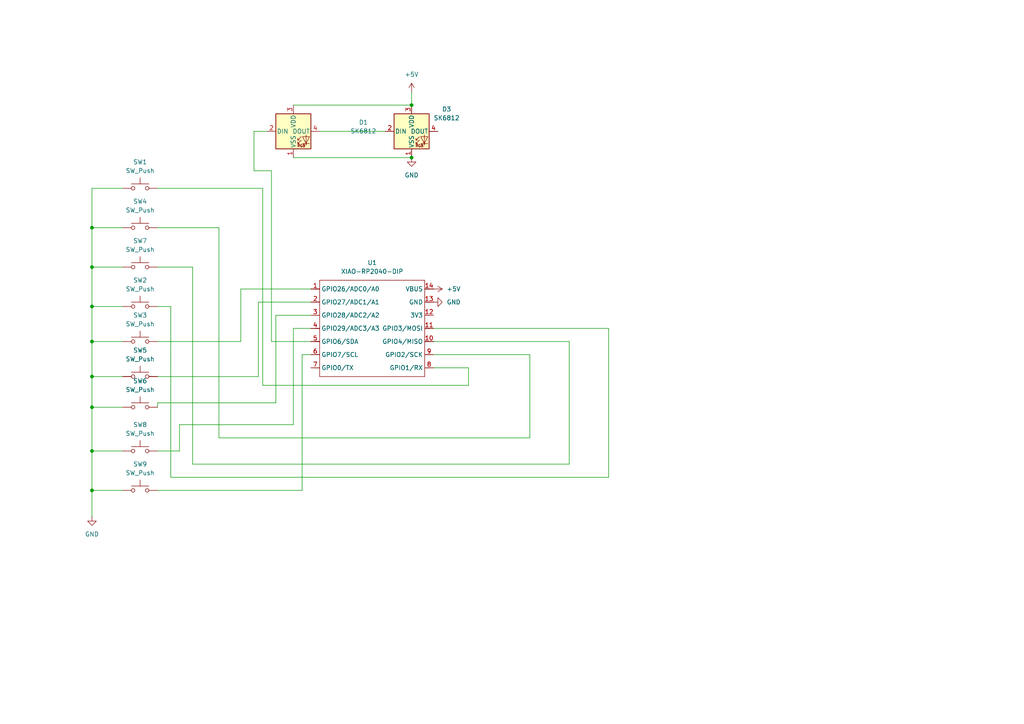
<source format=kicad_sch>
(kicad_sch
	(version 20250114)
	(generator "eeschema")
	(generator_version "9.0")
	(uuid "ac433fa7-8418-431a-bb19-d6c45d200ffa")
	(paper "A4")
	(lib_symbols
		(symbol "LED:SK6812"
			(pin_names
				(offset 0.254)
			)
			(exclude_from_sim no)
			(in_bom yes)
			(on_board yes)
			(property "Reference" "D"
				(at 5.08 5.715 0)
				(effects
					(font
						(size 1.27 1.27)
					)
					(justify right bottom)
				)
			)
			(property "Value" "SK6812"
				(at 1.27 -5.715 0)
				(effects
					(font
						(size 1.27 1.27)
					)
					(justify left top)
				)
			)
			(property "Footprint" "LED_SMD:LED_SK6812_PLCC4_5.0x5.0mm_P3.2mm"
				(at 1.27 -7.62 0)
				(effects
					(font
						(size 1.27 1.27)
					)
					(justify left top)
					(hide yes)
				)
			)
			(property "Datasheet" "https://cdn-shop.adafruit.com/product-files/1138/SK6812+LED+datasheet+.pdf"
				(at 2.54 -9.525 0)
				(effects
					(font
						(size 1.27 1.27)
					)
					(justify left top)
					(hide yes)
				)
			)
			(property "Description" "RGB LED with integrated controller"
				(at 0 0 0)
				(effects
					(font
						(size 1.27 1.27)
					)
					(hide yes)
				)
			)
			(property "ki_keywords" "RGB LED NeoPixel addressable"
				(at 0 0 0)
				(effects
					(font
						(size 1.27 1.27)
					)
					(hide yes)
				)
			)
			(property "ki_fp_filters" "LED*SK6812*PLCC*5.0x5.0mm*P3.2mm*"
				(at 0 0 0)
				(effects
					(font
						(size 1.27 1.27)
					)
					(hide yes)
				)
			)
			(symbol "SK6812_0_0"
				(text "RGB"
					(at 2.286 -4.191 0)
					(effects
						(font
							(size 0.762 0.762)
						)
					)
				)
			)
			(symbol "SK6812_0_1"
				(polyline
					(pts
						(xy 1.27 -2.54) (xy 1.778 -2.54)
					)
					(stroke
						(width 0)
						(type default)
					)
					(fill
						(type none)
					)
				)
				(polyline
					(pts
						(xy 1.27 -3.556) (xy 1.778 -3.556)
					)
					(stroke
						(width 0)
						(type default)
					)
					(fill
						(type none)
					)
				)
				(polyline
					(pts
						(xy 2.286 -1.524) (xy 1.27 -2.54) (xy 1.27 -2.032)
					)
					(stroke
						(width 0)
						(type default)
					)
					(fill
						(type none)
					)
				)
				(polyline
					(pts
						(xy 2.286 -2.54) (xy 1.27 -3.556) (xy 1.27 -3.048)
					)
					(stroke
						(width 0)
						(type default)
					)
					(fill
						(type none)
					)
				)
				(polyline
					(pts
						(xy 3.683 -1.016) (xy 3.683 -3.556) (xy 3.683 -4.064)
					)
					(stroke
						(width 0)
						(type default)
					)
					(fill
						(type none)
					)
				)
				(polyline
					(pts
						(xy 4.699 -1.524) (xy 2.667 -1.524) (xy 3.683 -3.556) (xy 4.699 -1.524)
					)
					(stroke
						(width 0)
						(type default)
					)
					(fill
						(type none)
					)
				)
				(polyline
					(pts
						(xy 4.699 -3.556) (xy 2.667 -3.556)
					)
					(stroke
						(width 0)
						(type default)
					)
					(fill
						(type none)
					)
				)
				(rectangle
					(start 5.08 5.08)
					(end -5.08 -5.08)
					(stroke
						(width 0.254)
						(type default)
					)
					(fill
						(type background)
					)
				)
			)
			(symbol "SK6812_1_1"
				(pin input line
					(at -7.62 0 0)
					(length 2.54)
					(name "DIN"
						(effects
							(font
								(size 1.27 1.27)
							)
						)
					)
					(number "2"
						(effects
							(font
								(size 1.27 1.27)
							)
						)
					)
				)
				(pin power_in line
					(at 0 7.62 270)
					(length 2.54)
					(name "VDD"
						(effects
							(font
								(size 1.27 1.27)
							)
						)
					)
					(number "3"
						(effects
							(font
								(size 1.27 1.27)
							)
						)
					)
				)
				(pin power_in line
					(at 0 -7.62 90)
					(length 2.54)
					(name "VSS"
						(effects
							(font
								(size 1.27 1.27)
							)
						)
					)
					(number "1"
						(effects
							(font
								(size 1.27 1.27)
							)
						)
					)
				)
				(pin output line
					(at 7.62 0 180)
					(length 2.54)
					(name "DOUT"
						(effects
							(font
								(size 1.27 1.27)
							)
						)
					)
					(number "4"
						(effects
							(font
								(size 1.27 1.27)
							)
						)
					)
				)
			)
			(embedded_fonts no)
		)
		(symbol "OPL Library:XIAO-RP2040-DIP"
			(exclude_from_sim no)
			(in_bom yes)
			(on_board yes)
			(property "Reference" "U"
				(at 0 0 0)
				(effects
					(font
						(size 1.27 1.27)
					)
				)
			)
			(property "Value" "XIAO-RP2040-DIP"
				(at 5.334 -1.778 0)
				(effects
					(font
						(size 1.27 1.27)
					)
				)
			)
			(property "Footprint" "Module:MOUDLE14P-XIAO-DIP-SMD"
				(at 14.478 -32.258 0)
				(effects
					(font
						(size 1.27 1.27)
					)
					(hide yes)
				)
			)
			(property "Datasheet" ""
				(at 0 0 0)
				(effects
					(font
						(size 1.27 1.27)
					)
					(hide yes)
				)
			)
			(property "Description" ""
				(at 0 0 0)
				(effects
					(font
						(size 1.27 1.27)
					)
					(hide yes)
				)
			)
			(symbol "XIAO-RP2040-DIP_1_0"
				(polyline
					(pts
						(xy -1.27 -2.54) (xy 29.21 -2.54)
					)
					(stroke
						(width 0.1524)
						(type solid)
					)
					(fill
						(type none)
					)
				)
				(polyline
					(pts
						(xy -1.27 -5.08) (xy -2.54 -5.08)
					)
					(stroke
						(width 0.1524)
						(type solid)
					)
					(fill
						(type none)
					)
				)
				(polyline
					(pts
						(xy -1.27 -5.08) (xy -1.27 -2.54)
					)
					(stroke
						(width 0.1524)
						(type solid)
					)
					(fill
						(type none)
					)
				)
				(polyline
					(pts
						(xy -1.27 -8.89) (xy -2.54 -8.89)
					)
					(stroke
						(width 0.1524)
						(type solid)
					)
					(fill
						(type none)
					)
				)
				(polyline
					(pts
						(xy -1.27 -8.89) (xy -1.27 -5.08)
					)
					(stroke
						(width 0.1524)
						(type solid)
					)
					(fill
						(type none)
					)
				)
				(polyline
					(pts
						(xy -1.27 -12.7) (xy -2.54 -12.7)
					)
					(stroke
						(width 0.1524)
						(type solid)
					)
					(fill
						(type none)
					)
				)
				(polyline
					(pts
						(xy -1.27 -12.7) (xy -1.27 -8.89)
					)
					(stroke
						(width 0.1524)
						(type solid)
					)
					(fill
						(type none)
					)
				)
				(polyline
					(pts
						(xy -1.27 -16.51) (xy -2.54 -16.51)
					)
					(stroke
						(width 0.1524)
						(type solid)
					)
					(fill
						(type none)
					)
				)
				(polyline
					(pts
						(xy -1.27 -16.51) (xy -1.27 -12.7)
					)
					(stroke
						(width 0.1524)
						(type solid)
					)
					(fill
						(type none)
					)
				)
				(polyline
					(pts
						(xy -1.27 -20.32) (xy -2.54 -20.32)
					)
					(stroke
						(width 0.1524)
						(type solid)
					)
					(fill
						(type none)
					)
				)
				(polyline
					(pts
						(xy -1.27 -24.13) (xy -2.54 -24.13)
					)
					(stroke
						(width 0.1524)
						(type solid)
					)
					(fill
						(type none)
					)
				)
				(polyline
					(pts
						(xy -1.27 -27.94) (xy -2.54 -27.94)
					)
					(stroke
						(width 0.1524)
						(type solid)
					)
					(fill
						(type none)
					)
				)
				(polyline
					(pts
						(xy -1.27 -30.48) (xy -1.27 -16.51)
					)
					(stroke
						(width 0.1524)
						(type solid)
					)
					(fill
						(type none)
					)
				)
				(polyline
					(pts
						(xy 29.21 -2.54) (xy 29.21 -5.08)
					)
					(stroke
						(width 0.1524)
						(type solid)
					)
					(fill
						(type none)
					)
				)
				(polyline
					(pts
						(xy 29.21 -5.08) (xy 29.21 -8.89)
					)
					(stroke
						(width 0.1524)
						(type solid)
					)
					(fill
						(type none)
					)
				)
				(polyline
					(pts
						(xy 29.21 -8.89) (xy 29.21 -12.7)
					)
					(stroke
						(width 0.1524)
						(type solid)
					)
					(fill
						(type none)
					)
				)
				(polyline
					(pts
						(xy 29.21 -12.7) (xy 29.21 -30.48)
					)
					(stroke
						(width 0.1524)
						(type solid)
					)
					(fill
						(type none)
					)
				)
				(polyline
					(pts
						(xy 29.21 -30.48) (xy -1.27 -30.48)
					)
					(stroke
						(width 0.1524)
						(type solid)
					)
					(fill
						(type none)
					)
				)
				(polyline
					(pts
						(xy 30.48 -5.08) (xy 29.21 -5.08)
					)
					(stroke
						(width 0.1524)
						(type solid)
					)
					(fill
						(type none)
					)
				)
				(polyline
					(pts
						(xy 30.48 -8.89) (xy 29.21 -8.89)
					)
					(stroke
						(width 0.1524)
						(type solid)
					)
					(fill
						(type none)
					)
				)
				(polyline
					(pts
						(xy 30.48 -12.7) (xy 29.21 -12.7)
					)
					(stroke
						(width 0.1524)
						(type solid)
					)
					(fill
						(type none)
					)
				)
				(polyline
					(pts
						(xy 30.48 -16.51) (xy 29.21 -16.51)
					)
					(stroke
						(width 0.1524)
						(type solid)
					)
					(fill
						(type none)
					)
				)
				(polyline
					(pts
						(xy 30.48 -20.32) (xy 29.21 -20.32)
					)
					(stroke
						(width 0.1524)
						(type solid)
					)
					(fill
						(type none)
					)
				)
				(polyline
					(pts
						(xy 30.48 -24.13) (xy 29.21 -24.13)
					)
					(stroke
						(width 0.1524)
						(type solid)
					)
					(fill
						(type none)
					)
				)
				(polyline
					(pts
						(xy 30.48 -27.94) (xy 29.21 -27.94)
					)
					(stroke
						(width 0.1524)
						(type solid)
					)
					(fill
						(type none)
					)
				)
				(pin passive line
					(at -3.81 -5.08 0)
					(length 2.54)
					(name "GPIO26/ADC0/A0"
						(effects
							(font
								(size 1.27 1.27)
							)
						)
					)
					(number "1"
						(effects
							(font
								(size 1.27 1.27)
							)
						)
					)
				)
				(pin passive line
					(at -3.81 -8.89 0)
					(length 2.54)
					(name "GPIO27/ADC1/A1"
						(effects
							(font
								(size 1.27 1.27)
							)
						)
					)
					(number "2"
						(effects
							(font
								(size 1.27 1.27)
							)
						)
					)
				)
				(pin passive line
					(at -3.81 -12.7 0)
					(length 2.54)
					(name "GPIO28/ADC2/A2"
						(effects
							(font
								(size 1.27 1.27)
							)
						)
					)
					(number "3"
						(effects
							(font
								(size 1.27 1.27)
							)
						)
					)
				)
				(pin passive line
					(at -3.81 -16.51 0)
					(length 2.54)
					(name "GPIO29/ADC3/A3"
						(effects
							(font
								(size 1.27 1.27)
							)
						)
					)
					(number "4"
						(effects
							(font
								(size 1.27 1.27)
							)
						)
					)
				)
				(pin passive line
					(at -3.81 -20.32 0)
					(length 2.54)
					(name "GPIO6/SDA"
						(effects
							(font
								(size 1.27 1.27)
							)
						)
					)
					(number "5"
						(effects
							(font
								(size 1.27 1.27)
							)
						)
					)
				)
				(pin passive line
					(at -3.81 -24.13 0)
					(length 2.54)
					(name "GPIO7/SCL"
						(effects
							(font
								(size 1.27 1.27)
							)
						)
					)
					(number "6"
						(effects
							(font
								(size 1.27 1.27)
							)
						)
					)
				)
				(pin passive line
					(at -3.81 -27.94 0)
					(length 2.54)
					(name "GPIO0/TX"
						(effects
							(font
								(size 1.27 1.27)
							)
						)
					)
					(number "7"
						(effects
							(font
								(size 1.27 1.27)
							)
						)
					)
				)
				(pin passive line
					(at 31.75 -5.08 180)
					(length 2.54)
					(name "VBUS"
						(effects
							(font
								(size 1.27 1.27)
							)
						)
					)
					(number "14"
						(effects
							(font
								(size 1.27 1.27)
							)
						)
					)
				)
				(pin passive line
					(at 31.75 -8.89 180)
					(length 2.54)
					(name "GND"
						(effects
							(font
								(size 1.27 1.27)
							)
						)
					)
					(number "13"
						(effects
							(font
								(size 1.27 1.27)
							)
						)
					)
				)
				(pin passive line
					(at 31.75 -12.7 180)
					(length 2.54)
					(name "3V3"
						(effects
							(font
								(size 1.27 1.27)
							)
						)
					)
					(number "12"
						(effects
							(font
								(size 1.27 1.27)
							)
						)
					)
				)
				(pin passive line
					(at 31.75 -16.51 180)
					(length 2.54)
					(name "GPIO3/MOSI"
						(effects
							(font
								(size 1.27 1.27)
							)
						)
					)
					(number "11"
						(effects
							(font
								(size 1.27 1.27)
							)
						)
					)
				)
				(pin passive line
					(at 31.75 -20.32 180)
					(length 2.54)
					(name "GPIO4/MISO"
						(effects
							(font
								(size 1.27 1.27)
							)
						)
					)
					(number "10"
						(effects
							(font
								(size 1.27 1.27)
							)
						)
					)
				)
				(pin passive line
					(at 31.75 -24.13 180)
					(length 2.54)
					(name "GPIO2/SCK"
						(effects
							(font
								(size 1.27 1.27)
							)
						)
					)
					(number "9"
						(effects
							(font
								(size 1.27 1.27)
							)
						)
					)
				)
				(pin passive line
					(at 31.75 -27.94 180)
					(length 2.54)
					(name "GPIO1/RX"
						(effects
							(font
								(size 1.27 1.27)
							)
						)
					)
					(number "8"
						(effects
							(font
								(size 1.27 1.27)
							)
						)
					)
				)
			)
			(embedded_fonts no)
		)
		(symbol "Switch:SW_Push"
			(pin_numbers
				(hide yes)
			)
			(pin_names
				(offset 1.016)
				(hide yes)
			)
			(exclude_from_sim no)
			(in_bom yes)
			(on_board yes)
			(property "Reference" "SW"
				(at 1.27 2.54 0)
				(effects
					(font
						(size 1.27 1.27)
					)
					(justify left)
				)
			)
			(property "Value" "SW_Push"
				(at 0 -1.524 0)
				(effects
					(font
						(size 1.27 1.27)
					)
				)
			)
			(property "Footprint" ""
				(at 0 5.08 0)
				(effects
					(font
						(size 1.27 1.27)
					)
					(hide yes)
				)
			)
			(property "Datasheet" "~"
				(at 0 5.08 0)
				(effects
					(font
						(size 1.27 1.27)
					)
					(hide yes)
				)
			)
			(property "Description" "Push button switch, generic, two pins"
				(at 0 0 0)
				(effects
					(font
						(size 1.27 1.27)
					)
					(hide yes)
				)
			)
			(property "ki_keywords" "switch normally-open pushbutton push-button"
				(at 0 0 0)
				(effects
					(font
						(size 1.27 1.27)
					)
					(hide yes)
				)
			)
			(symbol "SW_Push_0_1"
				(circle
					(center -2.032 0)
					(radius 0.508)
					(stroke
						(width 0)
						(type default)
					)
					(fill
						(type none)
					)
				)
				(polyline
					(pts
						(xy 0 1.27) (xy 0 3.048)
					)
					(stroke
						(width 0)
						(type default)
					)
					(fill
						(type none)
					)
				)
				(circle
					(center 2.032 0)
					(radius 0.508)
					(stroke
						(width 0)
						(type default)
					)
					(fill
						(type none)
					)
				)
				(polyline
					(pts
						(xy 2.54 1.27) (xy -2.54 1.27)
					)
					(stroke
						(width 0)
						(type default)
					)
					(fill
						(type none)
					)
				)
				(pin passive line
					(at -5.08 0 0)
					(length 2.54)
					(name "1"
						(effects
							(font
								(size 1.27 1.27)
							)
						)
					)
					(number "1"
						(effects
							(font
								(size 1.27 1.27)
							)
						)
					)
				)
				(pin passive line
					(at 5.08 0 180)
					(length 2.54)
					(name "2"
						(effects
							(font
								(size 1.27 1.27)
							)
						)
					)
					(number "2"
						(effects
							(font
								(size 1.27 1.27)
							)
						)
					)
				)
			)
			(embedded_fonts no)
		)
		(symbol "power:+5V"
			(power)
			(pin_numbers
				(hide yes)
			)
			(pin_names
				(offset 0)
				(hide yes)
			)
			(exclude_from_sim no)
			(in_bom yes)
			(on_board yes)
			(property "Reference" "#PWR"
				(at 0 -3.81 0)
				(effects
					(font
						(size 1.27 1.27)
					)
					(hide yes)
				)
			)
			(property "Value" "+5V"
				(at 0 3.556 0)
				(effects
					(font
						(size 1.27 1.27)
					)
				)
			)
			(property "Footprint" ""
				(at 0 0 0)
				(effects
					(font
						(size 1.27 1.27)
					)
					(hide yes)
				)
			)
			(property "Datasheet" ""
				(at 0 0 0)
				(effects
					(font
						(size 1.27 1.27)
					)
					(hide yes)
				)
			)
			(property "Description" "Power symbol creates a global label with name \"+5V\""
				(at 0 0 0)
				(effects
					(font
						(size 1.27 1.27)
					)
					(hide yes)
				)
			)
			(property "ki_keywords" "global power"
				(at 0 0 0)
				(effects
					(font
						(size 1.27 1.27)
					)
					(hide yes)
				)
			)
			(symbol "+5V_0_1"
				(polyline
					(pts
						(xy -0.762 1.27) (xy 0 2.54)
					)
					(stroke
						(width 0)
						(type default)
					)
					(fill
						(type none)
					)
				)
				(polyline
					(pts
						(xy 0 2.54) (xy 0.762 1.27)
					)
					(stroke
						(width 0)
						(type default)
					)
					(fill
						(type none)
					)
				)
				(polyline
					(pts
						(xy 0 0) (xy 0 2.54)
					)
					(stroke
						(width 0)
						(type default)
					)
					(fill
						(type none)
					)
				)
			)
			(symbol "+5V_1_1"
				(pin power_in line
					(at 0 0 90)
					(length 0)
					(name "~"
						(effects
							(font
								(size 1.27 1.27)
							)
						)
					)
					(number "1"
						(effects
							(font
								(size 1.27 1.27)
							)
						)
					)
				)
			)
			(embedded_fonts no)
		)
		(symbol "power:GND"
			(power)
			(pin_numbers
				(hide yes)
			)
			(pin_names
				(offset 0)
				(hide yes)
			)
			(exclude_from_sim no)
			(in_bom yes)
			(on_board yes)
			(property "Reference" "#PWR"
				(at 0 -6.35 0)
				(effects
					(font
						(size 1.27 1.27)
					)
					(hide yes)
				)
			)
			(property "Value" "GND"
				(at 0 -3.81 0)
				(effects
					(font
						(size 1.27 1.27)
					)
				)
			)
			(property "Footprint" ""
				(at 0 0 0)
				(effects
					(font
						(size 1.27 1.27)
					)
					(hide yes)
				)
			)
			(property "Datasheet" ""
				(at 0 0 0)
				(effects
					(font
						(size 1.27 1.27)
					)
					(hide yes)
				)
			)
			(property "Description" "Power symbol creates a global label with name \"GND\" , ground"
				(at 0 0 0)
				(effects
					(font
						(size 1.27 1.27)
					)
					(hide yes)
				)
			)
			(property "ki_keywords" "global power"
				(at 0 0 0)
				(effects
					(font
						(size 1.27 1.27)
					)
					(hide yes)
				)
			)
			(symbol "GND_0_1"
				(polyline
					(pts
						(xy 0 0) (xy 0 -1.27) (xy 1.27 -1.27) (xy 0 -2.54) (xy -1.27 -1.27) (xy 0 -1.27)
					)
					(stroke
						(width 0)
						(type default)
					)
					(fill
						(type none)
					)
				)
			)
			(symbol "GND_1_1"
				(pin power_in line
					(at 0 0 270)
					(length 0)
					(name "~"
						(effects
							(font
								(size 1.27 1.27)
							)
						)
					)
					(number "1"
						(effects
							(font
								(size 1.27 1.27)
							)
						)
					)
				)
			)
			(embedded_fonts no)
		)
	)
	(junction
		(at 26.67 88.9)
		(diameter 0)
		(color 0 0 0 0)
		(uuid "0c51dffd-3560-443a-a485-96862b99f86f")
	)
	(junction
		(at 26.67 118.11)
		(diameter 0)
		(color 0 0 0 0)
		(uuid "26a10ebd-d590-4606-8c3d-efb44c8e55a0")
	)
	(junction
		(at 26.67 77.47)
		(diameter 0)
		(color 0 0 0 0)
		(uuid "44d2b0bd-3869-44e3-a264-bf14d6d1982c")
	)
	(junction
		(at 119.38 45.72)
		(diameter 0)
		(color 0 0 0 0)
		(uuid "773c8181-a106-4a6e-af64-7ef99c18c5a0")
	)
	(junction
		(at 119.38 30.48)
		(diameter 0)
		(color 0 0 0 0)
		(uuid "7d36157e-075d-4833-9b61-ca904851ff7e")
	)
	(junction
		(at 26.67 99.06)
		(diameter 0)
		(color 0 0 0 0)
		(uuid "956a1b81-480a-4dd9-9ec7-b922aa6ea47a")
	)
	(junction
		(at 26.67 109.22)
		(diameter 0)
		(color 0 0 0 0)
		(uuid "a145e939-76e2-4c02-b263-2b81c3ced3ff")
	)
	(junction
		(at 26.67 130.81)
		(diameter 0)
		(color 0 0 0 0)
		(uuid "e6444dfd-846e-4fdc-83ff-2380a379048f")
	)
	(junction
		(at 26.67 142.24)
		(diameter 0)
		(color 0 0 0 0)
		(uuid "eb968d63-46bc-4807-bf1d-0daa9b5302a3")
	)
	(junction
		(at 26.67 66.04)
		(diameter 0)
		(color 0 0 0 0)
		(uuid "f3c999b9-8c3e-44d8-b41a-7f7f7804dc09")
	)
	(wire
		(pts
			(xy 176.53 95.25) (xy 176.53 138.43)
		)
		(stroke
			(width 0)
			(type default)
		)
		(uuid "07752cb1-3bfb-4720-81fe-db49309208ad")
	)
	(wire
		(pts
			(xy 45.72 88.9) (xy 49.53 88.9)
		)
		(stroke
			(width 0)
			(type default)
		)
		(uuid "0bbaf28e-2c87-4821-9839-891c77c5d618")
	)
	(wire
		(pts
			(xy 55.88 77.47) (xy 55.88 134.62)
		)
		(stroke
			(width 0)
			(type default)
		)
		(uuid "1c4e9a7d-01e3-4a6a-9a36-2d96906a3663")
	)
	(wire
		(pts
			(xy 73.66 38.1) (xy 77.47 38.1)
		)
		(stroke
			(width 0)
			(type default)
		)
		(uuid "1eb11ee0-4709-40fa-9495-ef259afe126e")
	)
	(wire
		(pts
			(xy 26.67 99.06) (xy 26.67 109.22)
		)
		(stroke
			(width 0)
			(type default)
		)
		(uuid "208a40db-0590-4551-be62-5b12556fa6c0")
	)
	(wire
		(pts
			(xy 45.72 54.61) (xy 76.2 54.61)
		)
		(stroke
			(width 0)
			(type default)
		)
		(uuid "2cd57bae-3b58-42bc-a93d-82180db42cd9")
	)
	(wire
		(pts
			(xy 26.67 130.81) (xy 35.56 130.81)
		)
		(stroke
			(width 0)
			(type default)
		)
		(uuid "2f47c0ca-ccfc-46d3-a85c-c00871dd1417")
	)
	(wire
		(pts
			(xy 35.56 66.04) (xy 26.67 66.04)
		)
		(stroke
			(width 0)
			(type default)
		)
		(uuid "30252a5b-6c1d-461a-ac84-05c2f8dc4448")
	)
	(wire
		(pts
			(xy 87.63 102.87) (xy 87.63 142.24)
		)
		(stroke
			(width 0)
			(type default)
		)
		(uuid "388f410a-0bcd-4a98-a80c-c434c7dc0492")
	)
	(wire
		(pts
			(xy 78.74 99.06) (xy 78.74 49.53)
		)
		(stroke
			(width 0)
			(type default)
		)
		(uuid "38b38a93-4e73-4cb3-ab30-e91fb640327a")
	)
	(wire
		(pts
			(xy 63.5 127) (xy 153.67 127)
		)
		(stroke
			(width 0)
			(type default)
		)
		(uuid "3923a5e0-5bd5-4dec-9668-cecee98b71aa")
	)
	(wire
		(pts
			(xy 69.85 83.82) (xy 90.17 83.82)
		)
		(stroke
			(width 0)
			(type default)
		)
		(uuid "39a9ae4c-eb98-4b06-81c3-848c306768c0")
	)
	(wire
		(pts
			(xy 165.1 99.06) (xy 165.1 134.62)
		)
		(stroke
			(width 0)
			(type default)
		)
		(uuid "41b01724-8efc-4690-a253-3e459e546479")
	)
	(wire
		(pts
			(xy 26.67 118.11) (xy 26.67 130.81)
		)
		(stroke
			(width 0)
			(type default)
		)
		(uuid "4c5637f5-72b2-4c64-830a-8410cac1f189")
	)
	(wire
		(pts
			(xy 45.72 116.84) (xy 45.72 118.11)
		)
		(stroke
			(width 0)
			(type default)
		)
		(uuid "4e2778cc-e786-481f-a6f0-719f6f43e82a")
	)
	(wire
		(pts
			(xy 90.17 102.87) (xy 87.63 102.87)
		)
		(stroke
			(width 0)
			(type default)
		)
		(uuid "512a4344-d881-4233-9500-4c5dd40f9985")
	)
	(wire
		(pts
			(xy 26.67 118.11) (xy 35.56 118.11)
		)
		(stroke
			(width 0)
			(type default)
		)
		(uuid "54619359-6d8c-4202-922d-196828f39d7b")
	)
	(wire
		(pts
			(xy 165.1 99.06) (xy 125.73 99.06)
		)
		(stroke
			(width 0)
			(type default)
		)
		(uuid "554c5074-3e9f-4e32-a43b-b0fc60e28085")
	)
	(wire
		(pts
			(xy 26.67 88.9) (xy 35.56 88.9)
		)
		(stroke
			(width 0)
			(type default)
		)
		(uuid "576514dc-aebf-42bc-817f-dc99c16fc665")
	)
	(wire
		(pts
			(xy 74.93 87.63) (xy 90.17 87.63)
		)
		(stroke
			(width 0)
			(type default)
		)
		(uuid "58952755-be5b-401e-a2d6-ae7a937ced33")
	)
	(wire
		(pts
			(xy 45.72 66.04) (xy 63.5 66.04)
		)
		(stroke
			(width 0)
			(type default)
		)
		(uuid "59be332e-5ff0-4e75-952e-cefa5182ca46")
	)
	(wire
		(pts
			(xy 74.93 109.22) (xy 74.93 87.63)
		)
		(stroke
			(width 0)
			(type default)
		)
		(uuid "5a2fc505-212f-43bc-919c-a9921890188a")
	)
	(wire
		(pts
			(xy 69.85 83.82) (xy 69.85 99.06)
		)
		(stroke
			(width 0)
			(type default)
		)
		(uuid "5d9a78f4-b3c5-4777-8fcd-b220a242a351")
	)
	(wire
		(pts
			(xy 26.67 130.81) (xy 26.67 142.24)
		)
		(stroke
			(width 0)
			(type default)
		)
		(uuid "5e70bfe7-ab7f-4355-b4c0-36ab46fbc49b")
	)
	(wire
		(pts
			(xy 85.09 95.25) (xy 85.09 123.19)
		)
		(stroke
			(width 0)
			(type default)
		)
		(uuid "64e330d6-3036-406f-91fd-37dea6833a2d")
	)
	(wire
		(pts
			(xy 153.67 127) (xy 153.67 102.87)
		)
		(stroke
			(width 0)
			(type default)
		)
		(uuid "67d9a8b5-3799-466b-a663-13b311e3716b")
	)
	(wire
		(pts
			(xy 92.71 38.1) (xy 111.76 38.1)
		)
		(stroke
			(width 0)
			(type default)
		)
		(uuid "69bca861-6263-45c4-9303-0dd2da2067b0")
	)
	(wire
		(pts
			(xy 87.63 142.24) (xy 45.72 142.24)
		)
		(stroke
			(width 0)
			(type default)
		)
		(uuid "69dc94bb-9b99-40b4-af1d-c5397a4d8e52")
	)
	(wire
		(pts
			(xy 153.67 102.87) (xy 125.73 102.87)
		)
		(stroke
			(width 0)
			(type default)
		)
		(uuid "6dc5499b-a8a8-485b-b268-47ae781e5db9")
	)
	(wire
		(pts
			(xy 26.67 99.06) (xy 35.56 99.06)
		)
		(stroke
			(width 0)
			(type default)
		)
		(uuid "704ed032-27e6-43f3-82f3-483681c2177f")
	)
	(wire
		(pts
			(xy 85.09 30.48) (xy 119.38 30.48)
		)
		(stroke
			(width 0)
			(type default)
		)
		(uuid "71d023c0-aa81-435e-b451-a1691db2ae7b")
	)
	(wire
		(pts
			(xy 26.67 77.47) (xy 35.56 77.47)
		)
		(stroke
			(width 0)
			(type default)
		)
		(uuid "72ba0644-ade2-4fa6-99b7-a012b5cb29a4")
	)
	(wire
		(pts
			(xy 45.72 99.06) (xy 69.85 99.06)
		)
		(stroke
			(width 0)
			(type default)
		)
		(uuid "83d42e9f-c012-4326-a28f-844f11edc123")
	)
	(wire
		(pts
			(xy 26.67 142.24) (xy 26.67 149.86)
		)
		(stroke
			(width 0)
			(type default)
		)
		(uuid "8c62ec7e-6fcb-4059-84c2-1a4a28cc6ca2")
	)
	(wire
		(pts
			(xy 26.67 88.9) (xy 26.67 99.06)
		)
		(stroke
			(width 0)
			(type default)
		)
		(uuid "8d003646-e736-4e2c-8050-7f9cec0b56f0")
	)
	(wire
		(pts
			(xy 176.53 95.25) (xy 125.73 95.25)
		)
		(stroke
			(width 0)
			(type default)
		)
		(uuid "8d691603-3264-49f8-97a2-ab71cfc78067")
	)
	(wire
		(pts
			(xy 80.01 116.84) (xy 45.72 116.84)
		)
		(stroke
			(width 0)
			(type default)
		)
		(uuid "945ead66-c80f-46ad-bb40-9014a89c07f4")
	)
	(wire
		(pts
			(xy 26.67 54.61) (xy 26.67 66.04)
		)
		(stroke
			(width 0)
			(type default)
		)
		(uuid "94cfb392-e597-49b2-b621-6ce6bc3d443d")
	)
	(wire
		(pts
			(xy 135.89 106.68) (xy 135.89 111.76)
		)
		(stroke
			(width 0)
			(type default)
		)
		(uuid "962210c3-12c2-4683-bb99-d82f20cd4a6f")
	)
	(wire
		(pts
			(xy 85.09 45.72) (xy 119.38 45.72)
		)
		(stroke
			(width 0)
			(type default)
		)
		(uuid "965e9489-6a9d-4dda-9422-c65e98aa1e75")
	)
	(wire
		(pts
			(xy 63.5 66.04) (xy 63.5 127)
		)
		(stroke
			(width 0)
			(type default)
		)
		(uuid "97507a35-bfac-494b-87aa-77dd6a29cb30")
	)
	(wire
		(pts
			(xy 73.66 49.53) (xy 73.66 38.1)
		)
		(stroke
			(width 0)
			(type default)
		)
		(uuid "98e9c0bb-8592-4c7f-9e23-d0f741d36061")
	)
	(wire
		(pts
			(xy 80.01 91.44) (xy 80.01 116.84)
		)
		(stroke
			(width 0)
			(type default)
		)
		(uuid "9edc77b1-44d9-49bd-8038-6a72cd19a478")
	)
	(wire
		(pts
			(xy 78.74 49.53) (xy 73.66 49.53)
		)
		(stroke
			(width 0)
			(type default)
		)
		(uuid "a1ff7b47-caac-4230-8c68-d5c7465a9798")
	)
	(wire
		(pts
			(xy 45.72 77.47) (xy 55.88 77.47)
		)
		(stroke
			(width 0)
			(type default)
		)
		(uuid "a7a4a952-08d3-4712-8127-72daeb6a8670")
	)
	(wire
		(pts
			(xy 49.53 88.9) (xy 49.53 138.43)
		)
		(stroke
			(width 0)
			(type default)
		)
		(uuid "ac8c5b83-5e15-40cf-a2c1-e3f67d33bce8")
	)
	(wire
		(pts
			(xy 90.17 95.25) (xy 85.09 95.25)
		)
		(stroke
			(width 0)
			(type default)
		)
		(uuid "b0923837-3084-4ad6-be19-25c35be27b2a")
	)
	(wire
		(pts
			(xy 26.67 66.04) (xy 26.67 77.47)
		)
		(stroke
			(width 0)
			(type default)
		)
		(uuid "b936c48a-f87b-4d39-bc5e-8b543900d1f0")
	)
	(wire
		(pts
			(xy 26.67 77.47) (xy 26.67 88.9)
		)
		(stroke
			(width 0)
			(type default)
		)
		(uuid "bf7c61e1-38ee-4ba5-b0c5-31585407ed5e")
	)
	(wire
		(pts
			(xy 45.72 109.22) (xy 74.93 109.22)
		)
		(stroke
			(width 0)
			(type default)
		)
		(uuid "c58b78be-886b-4a57-bedd-99b3b94abc46")
	)
	(wire
		(pts
			(xy 26.67 109.22) (xy 35.56 109.22)
		)
		(stroke
			(width 0)
			(type default)
		)
		(uuid "c952c57f-65eb-46aa-9f31-0a62534be686")
	)
	(wire
		(pts
			(xy 26.67 109.22) (xy 26.67 118.11)
		)
		(stroke
			(width 0)
			(type default)
		)
		(uuid "caf4dba2-07a8-4e95-8546-756732234d13")
	)
	(wire
		(pts
			(xy 49.53 138.43) (xy 176.53 138.43)
		)
		(stroke
			(width 0)
			(type default)
		)
		(uuid "cec727a0-9e8a-478b-93c7-f124db7a19cf")
	)
	(wire
		(pts
			(xy 26.67 142.24) (xy 35.56 142.24)
		)
		(stroke
			(width 0)
			(type default)
		)
		(uuid "d27f20db-9d93-46a7-8c8c-7e9af1d47e68")
	)
	(wire
		(pts
			(xy 90.17 99.06) (xy 78.74 99.06)
		)
		(stroke
			(width 0)
			(type default)
		)
		(uuid "d376b453-1f4c-4afe-b4aa-a4be7984f4e8")
	)
	(wire
		(pts
			(xy 90.17 91.44) (xy 80.01 91.44)
		)
		(stroke
			(width 0)
			(type default)
		)
		(uuid "d837304a-14fc-491a-b29f-0514f5d57b9e")
	)
	(wire
		(pts
			(xy 135.89 106.68) (xy 125.73 106.68)
		)
		(stroke
			(width 0)
			(type default)
		)
		(uuid "dc46b227-5614-4594-a69e-065f7c92f409")
	)
	(wire
		(pts
			(xy 85.09 123.19) (xy 52.07 123.19)
		)
		(stroke
			(width 0)
			(type default)
		)
		(uuid "dd2dd476-01c6-4030-be16-26303c196edc")
	)
	(wire
		(pts
			(xy 52.07 123.19) (xy 52.07 130.81)
		)
		(stroke
			(width 0)
			(type default)
		)
		(uuid "e3f4e204-4e8c-4539-8338-d52b337d72a4")
	)
	(wire
		(pts
			(xy 52.07 130.81) (xy 45.72 130.81)
		)
		(stroke
			(width 0)
			(type default)
		)
		(uuid "e54f8db1-6a14-4f72-812a-44f379f34b42")
	)
	(wire
		(pts
			(xy 119.38 26.67) (xy 119.38 30.48)
		)
		(stroke
			(width 0)
			(type default)
		)
		(uuid "e817d226-ebaa-48cf-8c84-a73c6c622f06")
	)
	(wire
		(pts
			(xy 55.88 134.62) (xy 165.1 134.62)
		)
		(stroke
			(width 0)
			(type default)
		)
		(uuid "efba32dd-c910-49a9-908e-48aba0ba476f")
	)
	(wire
		(pts
			(xy 35.56 54.61) (xy 26.67 54.61)
		)
		(stroke
			(width 0)
			(type default)
		)
		(uuid "f0fadc8f-38ff-449c-9d53-62cf179d6e71")
	)
	(wire
		(pts
			(xy 76.2 54.61) (xy 76.2 111.76)
		)
		(stroke
			(width 0)
			(type default)
		)
		(uuid "f1c46983-8067-4dfe-8180-2d77e459c1ce")
	)
	(wire
		(pts
			(xy 76.2 111.76) (xy 135.89 111.76)
		)
		(stroke
			(width 0)
			(type default)
		)
		(uuid "f7bfc029-9fd8-4b88-b7fd-901402c272c6")
	)
	(symbol
		(lib_id "LED:SK6812")
		(at 119.38 38.1 0)
		(unit 1)
		(exclude_from_sim no)
		(in_bom yes)
		(on_board yes)
		(dnp no)
		(fields_autoplaced yes)
		(uuid "0b9a9e71-696e-492c-8f6b-abe7bfcbba54")
		(property "Reference" "D3"
			(at 129.54 31.6798 0)
			(effects
				(font
					(size 1.27 1.27)
				)
			)
		)
		(property "Value" "SK6812"
			(at 129.54 34.2198 0)
			(effects
				(font
					(size 1.27 1.27)
				)
			)
		)
		(property "Footprint" "LED_SMD:LED_SK6812MINI_PLCC4_3.5x3.5mm_P1.75mm"
			(at 120.65 45.72 0)
			(effects
				(font
					(size 1.27 1.27)
				)
				(justify left top)
				(hide yes)
			)
		)
		(property "Datasheet" "https://cdn-shop.adafruit.com/product-files/1138/SK6812+LED+datasheet+.pdf"
			(at 121.92 47.625 0)
			(effects
				(font
					(size 1.27 1.27)
				)
				(justify left top)
				(hide yes)
			)
		)
		(property "Description" "RGB LED with integrated controller"
			(at 119.38 38.1 0)
			(effects
				(font
					(size 1.27 1.27)
				)
				(hide yes)
			)
		)
		(pin "2"
			(uuid "ce738583-e508-4df3-abfc-32124e1c0121")
		)
		(pin "1"
			(uuid "08bfb213-1ee7-4081-be03-54506146afd1")
		)
		(pin "3"
			(uuid "7547750b-d32a-474f-b221-b633f887594d")
		)
		(pin "4"
			(uuid "da7a638c-8db2-43ba-9022-f38bebdd023d")
		)
		(instances
			(project ""
				(path "/ac433fa7-8418-431a-bb19-d6c45d200ffa"
					(reference "D3")
					(unit 1)
				)
			)
		)
	)
	(symbol
		(lib_id "power:GND")
		(at 119.38 45.72 0)
		(unit 1)
		(exclude_from_sim no)
		(in_bom yes)
		(on_board yes)
		(dnp no)
		(fields_autoplaced yes)
		(uuid "0d69df99-f9c8-427a-836a-592f8c588432")
		(property "Reference" "#PWR05"
			(at 119.38 52.07 0)
			(effects
				(font
					(size 1.27 1.27)
				)
				(hide yes)
			)
		)
		(property "Value" "GND"
			(at 119.38 50.8 0)
			(effects
				(font
					(size 1.27 1.27)
				)
			)
		)
		(property "Footprint" ""
			(at 119.38 45.72 0)
			(effects
				(font
					(size 1.27 1.27)
				)
				(hide yes)
			)
		)
		(property "Datasheet" ""
			(at 119.38 45.72 0)
			(effects
				(font
					(size 1.27 1.27)
				)
				(hide yes)
			)
		)
		(property "Description" "Power symbol creates a global label with name \"GND\" , ground"
			(at 119.38 45.72 0)
			(effects
				(font
					(size 1.27 1.27)
				)
				(hide yes)
			)
		)
		(pin "1"
			(uuid "33aa7c3c-e020-4320-8fe2-5a3e2ac8cee9")
		)
		(instances
			(project ""
				(path "/ac433fa7-8418-431a-bb19-d6c45d200ffa"
					(reference "#PWR05")
					(unit 1)
				)
			)
		)
	)
	(symbol
		(lib_id "power:GND")
		(at 125.73 87.63 90)
		(unit 1)
		(exclude_from_sim no)
		(in_bom yes)
		(on_board yes)
		(dnp no)
		(fields_autoplaced yes)
		(uuid "1056a15b-9501-4c85-9d30-ccb02a7ae330")
		(property "Reference" "#PWR03"
			(at 132.08 87.63 0)
			(effects
				(font
					(size 1.27 1.27)
				)
				(hide yes)
			)
		)
		(property "Value" "GND"
			(at 129.54 87.6299 90)
			(effects
				(font
					(size 1.27 1.27)
				)
				(justify right)
			)
		)
		(property "Footprint" ""
			(at 125.73 87.63 0)
			(effects
				(font
					(size 1.27 1.27)
				)
				(hide yes)
			)
		)
		(property "Datasheet" ""
			(at 125.73 87.63 0)
			(effects
				(font
					(size 1.27 1.27)
				)
				(hide yes)
			)
		)
		(property "Description" "Power symbol creates a global label with name \"GND\" , ground"
			(at 125.73 87.63 0)
			(effects
				(font
					(size 1.27 1.27)
				)
				(hide yes)
			)
		)
		(pin "1"
			(uuid "f635dbd3-dcc9-4442-936f-0f4bf01bd8d9")
		)
		(instances
			(project ""
				(path "/ac433fa7-8418-431a-bb19-d6c45d200ffa"
					(reference "#PWR03")
					(unit 1)
				)
			)
		)
	)
	(symbol
		(lib_id "power:GND")
		(at 26.67 149.86 0)
		(unit 1)
		(exclude_from_sim no)
		(in_bom yes)
		(on_board yes)
		(dnp no)
		(fields_autoplaced yes)
		(uuid "19819e96-e035-4c10-baaf-f014361226e3")
		(property "Reference" "#PWR01"
			(at 26.67 156.21 0)
			(effects
				(font
					(size 1.27 1.27)
				)
				(hide yes)
			)
		)
		(property "Value" "GND"
			(at 26.67 154.94 0)
			(effects
				(font
					(size 1.27 1.27)
				)
			)
		)
		(property "Footprint" ""
			(at 26.67 149.86 0)
			(effects
				(font
					(size 1.27 1.27)
				)
				(hide yes)
			)
		)
		(property "Datasheet" ""
			(at 26.67 149.86 0)
			(effects
				(font
					(size 1.27 1.27)
				)
				(hide yes)
			)
		)
		(property "Description" "Power symbol creates a global label with name \"GND\" , ground"
			(at 26.67 149.86 0)
			(effects
				(font
					(size 1.27 1.27)
				)
				(hide yes)
			)
		)
		(pin "1"
			(uuid "795a4515-c6fa-4a61-a8f2-e7fd67045194")
		)
		(instances
			(project ""
				(path "/ac433fa7-8418-431a-bb19-d6c45d200ffa"
					(reference "#PWR01")
					(unit 1)
				)
			)
		)
	)
	(symbol
		(lib_id "power:+5V")
		(at 125.73 83.82 270)
		(unit 1)
		(exclude_from_sim no)
		(in_bom yes)
		(on_board yes)
		(dnp no)
		(fields_autoplaced yes)
		(uuid "1e2601c0-92f8-46f1-84d6-1e95ce738b5a")
		(property "Reference" "#PWR04"
			(at 121.92 83.82 0)
			(effects
				(font
					(size 1.27 1.27)
				)
				(hide yes)
			)
		)
		(property "Value" "+5V"
			(at 129.54 83.8199 90)
			(effects
				(font
					(size 1.27 1.27)
				)
				(justify left)
			)
		)
		(property "Footprint" ""
			(at 125.73 83.82 0)
			(effects
				(font
					(size 1.27 1.27)
				)
				(hide yes)
			)
		)
		(property "Datasheet" ""
			(at 125.73 83.82 0)
			(effects
				(font
					(size 1.27 1.27)
				)
				(hide yes)
			)
		)
		(property "Description" "Power symbol creates a global label with name \"+5V\""
			(at 125.73 83.82 0)
			(effects
				(font
					(size 1.27 1.27)
				)
				(hide yes)
			)
		)
		(pin "1"
			(uuid "12219da9-84c3-4528-a49f-7477d7e0df42")
		)
		(instances
			(project ""
				(path "/ac433fa7-8418-431a-bb19-d6c45d200ffa"
					(reference "#PWR04")
					(unit 1)
				)
			)
		)
	)
	(symbol
		(lib_id "OPL Library:XIAO-RP2040-DIP")
		(at 93.98 78.74 0)
		(unit 1)
		(exclude_from_sim no)
		(in_bom yes)
		(on_board yes)
		(dnp no)
		(uuid "3139a908-4af0-4455-9bea-7d74b36730f4")
		(property "Reference" "U1"
			(at 107.95 76.2 0)
			(effects
				(font
					(size 1.27 1.27)
				)
			)
		)
		(property "Value" "XIAO-RP2040-DIP"
			(at 107.95 78.74 0)
			(effects
				(font
					(size 1.27 1.27)
				)
			)
		)
		(property "Footprint" "OPL Lib:XIAO-RP2040-DIP"
			(at 108.458 110.998 0)
			(effects
				(font
					(size 1.27 1.27)
				)
				(hide yes)
			)
		)
		(property "Datasheet" ""
			(at 93.98 78.74 0)
			(effects
				(font
					(size 1.27 1.27)
				)
				(hide yes)
			)
		)
		(property "Description" ""
			(at 93.98 78.74 0)
			(effects
				(font
					(size 1.27 1.27)
				)
				(hide yes)
			)
		)
		(pin "10"
			(uuid "9c7a068c-fba1-4ea0-9151-62897cd3ab64")
		)
		(pin "4"
			(uuid "dcd6932f-8fb0-4b18-93be-ba337dfbda62")
		)
		(pin "8"
			(uuid "3da758d3-d91c-4fdf-b291-1b12fa9a155c")
		)
		(pin "7"
			(uuid "c741ee59-00c3-421e-82b5-c89e75d4a855")
		)
		(pin "14"
			(uuid "817758c0-0a1e-447c-a9b3-e2c855d8c532")
		)
		(pin "13"
			(uuid "1f410c03-505e-4dd1-b0d4-cefeded01d72")
		)
		(pin "11"
			(uuid "eeb8417f-5a48-4299-9820-d2982261f188")
		)
		(pin "5"
			(uuid "a96ae4cc-f6f7-4d8c-af68-15e26625c9d9")
		)
		(pin "3"
			(uuid "6127a7c2-8e23-4310-9829-7b1313027c80")
		)
		(pin "9"
			(uuid "90779e03-0bab-4eda-a458-c7ae68d969fd")
		)
		(pin "12"
			(uuid "eeb481a6-a788-42d6-8401-dfba57dd1e48")
		)
		(pin "6"
			(uuid "af8e2f40-f701-408f-b3ce-de66fe22f466")
		)
		(pin "1"
			(uuid "79086fb3-a232-411f-8ac5-13d19ef92012")
		)
		(pin "2"
			(uuid "47cec8eb-8d82-4d95-8d10-e6d698013519")
		)
		(instances
			(project ""
				(path "/ac433fa7-8418-431a-bb19-d6c45d200ffa"
					(reference "U1")
					(unit 1)
				)
			)
		)
	)
	(symbol
		(lib_id "Switch:SW_Push")
		(at 40.64 66.04 0)
		(unit 1)
		(exclude_from_sim no)
		(in_bom yes)
		(on_board yes)
		(dnp no)
		(fields_autoplaced yes)
		(uuid "3692f966-8392-4d6f-ac49-c57e3d3e81ce")
		(property "Reference" "SW4"
			(at 40.64 58.42 0)
			(effects
				(font
					(size 1.27 1.27)
				)
			)
		)
		(property "Value" "SW_Push"
			(at 40.64 60.96 0)
			(effects
				(font
					(size 1.27 1.27)
				)
			)
		)
		(property "Footprint" "Button_Switch_Keyboard:SW_Cherry_MX_1.00u_PCB"
			(at 40.64 60.96 0)
			(effects
				(font
					(size 1.27 1.27)
				)
				(hide yes)
			)
		)
		(property "Datasheet" "~"
			(at 40.64 60.96 0)
			(effects
				(font
					(size 1.27 1.27)
				)
				(hide yes)
			)
		)
		(property "Description" "Push button switch, generic, two pins"
			(at 40.64 66.04 0)
			(effects
				(font
					(size 1.27 1.27)
				)
				(hide yes)
			)
		)
		(pin "2"
			(uuid "2a041d12-337c-4ccc-8362-df3602fb9cba")
		)
		(pin "1"
			(uuid "773ea7ef-4ef8-4708-a1b5-476cbb326295")
		)
		(instances
			(project ""
				(path "/ac433fa7-8418-431a-bb19-d6c45d200ffa"
					(reference "SW4")
					(unit 1)
				)
			)
		)
	)
	(symbol
		(lib_id "Switch:SW_Push")
		(at 40.64 142.24 0)
		(unit 1)
		(exclude_from_sim no)
		(in_bom yes)
		(on_board yes)
		(dnp no)
		(fields_autoplaced yes)
		(uuid "3f321a7c-ebd0-4246-ac92-886c42a289c2")
		(property "Reference" "SW9"
			(at 40.64 134.62 0)
			(effects
				(font
					(size 1.27 1.27)
				)
			)
		)
		(property "Value" "SW_Push"
			(at 40.64 137.16 0)
			(effects
				(font
					(size 1.27 1.27)
				)
			)
		)
		(property "Footprint" "Button_Switch_Keyboard:SW_Cherry_MX_1.00u_PCB"
			(at 40.64 137.16 0)
			(effects
				(font
					(size 1.27 1.27)
				)
				(hide yes)
			)
		)
		(property "Datasheet" "~"
			(at 40.64 137.16 0)
			(effects
				(font
					(size 1.27 1.27)
				)
				(hide yes)
			)
		)
		(property "Description" "Push button switch, generic, two pins"
			(at 40.64 142.24 0)
			(effects
				(font
					(size 1.27 1.27)
				)
				(hide yes)
			)
		)
		(pin "1"
			(uuid "89e8099f-5b41-422a-8c66-13ee5e062f7c")
		)
		(pin "2"
			(uuid "36d16a95-2136-4187-af5e-c9627cde0679")
		)
		(instances
			(project ""
				(path "/ac433fa7-8418-431a-bb19-d6c45d200ffa"
					(reference "SW9")
					(unit 1)
				)
			)
		)
	)
	(symbol
		(lib_id "LED:SK6812")
		(at 85.09 38.1 0)
		(unit 1)
		(exclude_from_sim no)
		(in_bom yes)
		(on_board yes)
		(dnp no)
		(uuid "52c19ac0-d557-4daa-8c73-a66da87ef8e4")
		(property "Reference" "D1"
			(at 105.41 35.4898 0)
			(effects
				(font
					(size 1.27 1.27)
				)
			)
		)
		(property "Value" "SK6812"
			(at 105.41 38.0298 0)
			(effects
				(font
					(size 1.27 1.27)
				)
			)
		)
		(property "Footprint" "LED_SMD:LED_SK6812MINI_PLCC4_3.5x3.5mm_P1.75mm"
			(at 86.36 45.72 0)
			(effects
				(font
					(size 1.27 1.27)
				)
				(justify left top)
				(hide yes)
			)
		)
		(property "Datasheet" "https://cdn-shop.adafruit.com/product-files/1138/SK6812+LED+datasheet+.pdf"
			(at 87.63 47.625 0)
			(effects
				(font
					(size 1.27 1.27)
				)
				(justify left top)
				(hide yes)
			)
		)
		(property "Description" "RGB LED with integrated controller"
			(at 85.09 38.1 0)
			(effects
				(font
					(size 1.27 1.27)
				)
				(hide yes)
			)
		)
		(pin "3"
			(uuid "40751e04-f98e-4c0c-ba9e-206ea73f5132")
		)
		(pin "4"
			(uuid "586d3c08-4f7e-408d-9cd7-53b5ac3cc32d")
		)
		(pin "1"
			(uuid "800d332a-3c58-40f4-b142-1769a166d16f")
		)
		(pin "2"
			(uuid "2d82e20f-af52-438c-a4d6-32123f26c37c")
		)
		(instances
			(project ""
				(path "/ac433fa7-8418-431a-bb19-d6c45d200ffa"
					(reference "D1")
					(unit 1)
				)
			)
		)
	)
	(symbol
		(lib_id "Switch:SW_Push")
		(at 40.64 130.81 0)
		(unit 1)
		(exclude_from_sim no)
		(in_bom yes)
		(on_board yes)
		(dnp no)
		(fields_autoplaced yes)
		(uuid "7006a5da-0d82-4677-b0cb-f41e25b295c2")
		(property "Reference" "SW8"
			(at 40.64 123.19 0)
			(effects
				(font
					(size 1.27 1.27)
				)
			)
		)
		(property "Value" "SW_Push"
			(at 40.64 125.73 0)
			(effects
				(font
					(size 1.27 1.27)
				)
			)
		)
		(property "Footprint" "Button_Switch_Keyboard:SW_Cherry_MX_1.00u_PCB"
			(at 40.64 125.73 0)
			(effects
				(font
					(size 1.27 1.27)
				)
				(hide yes)
			)
		)
		(property "Datasheet" "~"
			(at 40.64 125.73 0)
			(effects
				(font
					(size 1.27 1.27)
				)
				(hide yes)
			)
		)
		(property "Description" "Push button switch, generic, two pins"
			(at 40.64 130.81 0)
			(effects
				(font
					(size 1.27 1.27)
				)
				(hide yes)
			)
		)
		(pin "2"
			(uuid "4f36e1eb-fef1-4eea-85ac-63fdf895b271")
		)
		(pin "1"
			(uuid "dc93ca5d-40db-4534-ae7f-8b0597e86914")
		)
		(instances
			(project ""
				(path "/ac433fa7-8418-431a-bb19-d6c45d200ffa"
					(reference "SW8")
					(unit 1)
				)
			)
		)
	)
	(symbol
		(lib_id "Switch:SW_Push")
		(at 40.64 109.22 0)
		(unit 1)
		(exclude_from_sim no)
		(in_bom yes)
		(on_board yes)
		(dnp no)
		(fields_autoplaced yes)
		(uuid "86ca60be-d132-4705-ac33-5773e320094f")
		(property "Reference" "SW5"
			(at 40.64 101.6 0)
			(effects
				(font
					(size 1.27 1.27)
				)
			)
		)
		(property "Value" "SW_Push"
			(at 40.64 104.14 0)
			(effects
				(font
					(size 1.27 1.27)
				)
			)
		)
		(property "Footprint" "Button_Switch_Keyboard:SW_Cherry_MX_1.00u_PCB"
			(at 40.64 104.14 0)
			(effects
				(font
					(size 1.27 1.27)
				)
				(hide yes)
			)
		)
		(property "Datasheet" "~"
			(at 40.64 104.14 0)
			(effects
				(font
					(size 1.27 1.27)
				)
				(hide yes)
			)
		)
		(property "Description" "Push button switch, generic, two pins"
			(at 40.64 109.22 0)
			(effects
				(font
					(size 1.27 1.27)
				)
				(hide yes)
			)
		)
		(pin "1"
			(uuid "b2ce489b-0ab0-4d32-8ddd-63838e09a903")
		)
		(pin "2"
			(uuid "42295121-5149-4088-9831-c4e8feed946b")
		)
		(instances
			(project ""
				(path "/ac433fa7-8418-431a-bb19-d6c45d200ffa"
					(reference "SW5")
					(unit 1)
				)
			)
		)
	)
	(symbol
		(lib_id "Switch:SW_Push")
		(at 40.64 77.47 0)
		(unit 1)
		(exclude_from_sim no)
		(in_bom yes)
		(on_board yes)
		(dnp no)
		(fields_autoplaced yes)
		(uuid "94e98902-cef0-431f-b003-33dfe6977dd7")
		(property "Reference" "SW7"
			(at 40.64 69.85 0)
			(effects
				(font
					(size 1.27 1.27)
				)
			)
		)
		(property "Value" "SW_Push"
			(at 40.64 72.39 0)
			(effects
				(font
					(size 1.27 1.27)
				)
			)
		)
		(property "Footprint" "Button_Switch_Keyboard:SW_Cherry_MX_1.00u_PCB"
			(at 40.64 72.39 0)
			(effects
				(font
					(size 1.27 1.27)
				)
				(hide yes)
			)
		)
		(property "Datasheet" "~"
			(at 40.64 72.39 0)
			(effects
				(font
					(size 1.27 1.27)
				)
				(hide yes)
			)
		)
		(property "Description" "Push button switch, generic, two pins"
			(at 40.64 77.47 0)
			(effects
				(font
					(size 1.27 1.27)
				)
				(hide yes)
			)
		)
		(pin "1"
			(uuid "8b50166c-c09a-4eaf-962f-4ae6f2b682f0")
		)
		(pin "2"
			(uuid "743d5a34-281c-46a2-b4e0-52b547eb89bb")
		)
		(instances
			(project ""
				(path "/ac433fa7-8418-431a-bb19-d6c45d200ffa"
					(reference "SW7")
					(unit 1)
				)
			)
		)
	)
	(symbol
		(lib_id "Switch:SW_Push")
		(at 40.64 118.11 0)
		(unit 1)
		(exclude_from_sim no)
		(in_bom yes)
		(on_board yes)
		(dnp no)
		(uuid "a9fced29-c6a1-4b2b-b613-61e624761dc3")
		(property "Reference" "SW6"
			(at 40.64 110.49 0)
			(effects
				(font
					(size 1.27 1.27)
				)
			)
		)
		(property "Value" "SW_Push"
			(at 40.64 113.03 0)
			(effects
				(font
					(size 1.27 1.27)
				)
			)
		)
		(property "Footprint" "Button_Switch_Keyboard:SW_Cherry_MX_1.00u_PCB"
			(at 40.64 113.03 0)
			(effects
				(font
					(size 1.27 1.27)
				)
				(hide yes)
			)
		)
		(property "Datasheet" "~"
			(at 40.64 113.03 0)
			(effects
				(font
					(size 1.27 1.27)
				)
				(hide yes)
			)
		)
		(property "Description" "Push button switch, generic, two pins"
			(at 40.64 118.11 0)
			(effects
				(font
					(size 1.27 1.27)
				)
				(hide yes)
			)
		)
		(pin "1"
			(uuid "65a1f46c-7fd5-4f22-9e1d-adbfedab2ca3")
		)
		(pin "2"
			(uuid "7d147a41-d137-4fa8-a270-ffe6a7336765")
		)
		(instances
			(project ""
				(path "/ac433fa7-8418-431a-bb19-d6c45d200ffa"
					(reference "SW6")
					(unit 1)
				)
			)
		)
	)
	(symbol
		(lib_id "power:+5V")
		(at 119.38 26.67 0)
		(unit 1)
		(exclude_from_sim no)
		(in_bom yes)
		(on_board yes)
		(dnp no)
		(fields_autoplaced yes)
		(uuid "babdd347-f954-4918-ab5f-58ec5e69c48a")
		(property "Reference" "#PWR02"
			(at 119.38 30.48 0)
			(effects
				(font
					(size 1.27 1.27)
				)
				(hide yes)
			)
		)
		(property "Value" "+5V"
			(at 119.38 21.59 0)
			(effects
				(font
					(size 1.27 1.27)
				)
			)
		)
		(property "Footprint" ""
			(at 119.38 26.67 0)
			(effects
				(font
					(size 1.27 1.27)
				)
				(hide yes)
			)
		)
		(property "Datasheet" ""
			(at 119.38 26.67 0)
			(effects
				(font
					(size 1.27 1.27)
				)
				(hide yes)
			)
		)
		(property "Description" "Power symbol creates a global label with name \"+5V\""
			(at 119.38 26.67 0)
			(effects
				(font
					(size 1.27 1.27)
				)
				(hide yes)
			)
		)
		(pin "1"
			(uuid "3aa50ed2-3937-465d-9e19-cd2a93a5df30")
		)
		(instances
			(project ""
				(path "/ac433fa7-8418-431a-bb19-d6c45d200ffa"
					(reference "#PWR02")
					(unit 1)
				)
			)
		)
	)
	(symbol
		(lib_id "Switch:SW_Push")
		(at 40.64 54.61 0)
		(unit 1)
		(exclude_from_sim no)
		(in_bom yes)
		(on_board yes)
		(dnp no)
		(fields_autoplaced yes)
		(uuid "bcf0dde3-d283-46f0-84d0-009952c504f3")
		(property "Reference" "SW1"
			(at 40.64 46.99 0)
			(effects
				(font
					(size 1.27 1.27)
				)
			)
		)
		(property "Value" "SW_Push"
			(at 40.64 49.53 0)
			(effects
				(font
					(size 1.27 1.27)
				)
			)
		)
		(property "Footprint" "Button_Switch_Keyboard:SW_Cherry_MX_1.00u_PCB"
			(at 40.64 49.53 0)
			(effects
				(font
					(size 1.27 1.27)
				)
				(hide yes)
			)
		)
		(property "Datasheet" "~"
			(at 40.64 49.53 0)
			(effects
				(font
					(size 1.27 1.27)
				)
				(hide yes)
			)
		)
		(property "Description" "Push button switch, generic, two pins"
			(at 40.64 54.61 0)
			(effects
				(font
					(size 1.27 1.27)
				)
				(hide yes)
			)
		)
		(pin "1"
			(uuid "9eac8836-139c-40e0-9407-35cb39cc4b9d")
		)
		(pin "2"
			(uuid "92914b54-6a22-483e-8bab-96976a81030d")
		)
		(instances
			(project ""
				(path "/ac433fa7-8418-431a-bb19-d6c45d200ffa"
					(reference "SW1")
					(unit 1)
				)
			)
		)
	)
	(symbol
		(lib_id "Switch:SW_Push")
		(at 40.64 88.9 0)
		(unit 1)
		(exclude_from_sim no)
		(in_bom yes)
		(on_board yes)
		(dnp no)
		(fields_autoplaced yes)
		(uuid "d311e8a9-e03e-432a-8b51-b044e2848b43")
		(property "Reference" "SW2"
			(at 40.64 81.28 0)
			(effects
				(font
					(size 1.27 1.27)
				)
			)
		)
		(property "Value" "SW_Push"
			(at 40.64 83.82 0)
			(effects
				(font
					(size 1.27 1.27)
				)
			)
		)
		(property "Footprint" "Button_Switch_Keyboard:SW_Cherry_MX_1.00u_PCB"
			(at 40.64 83.82 0)
			(effects
				(font
					(size 1.27 1.27)
				)
				(hide yes)
			)
		)
		(property "Datasheet" "~"
			(at 40.64 83.82 0)
			(effects
				(font
					(size 1.27 1.27)
				)
				(hide yes)
			)
		)
		(property "Description" "Push button switch, generic, two pins"
			(at 40.64 88.9 0)
			(effects
				(font
					(size 1.27 1.27)
				)
				(hide yes)
			)
		)
		(pin "1"
			(uuid "4ce14d6e-03b1-4f22-b14f-ee7dde7f79b4")
		)
		(pin "2"
			(uuid "37bac1c0-dab4-481f-a854-3be15fa7e138")
		)
		(instances
			(project ""
				(path "/ac433fa7-8418-431a-bb19-d6c45d200ffa"
					(reference "SW2")
					(unit 1)
				)
			)
		)
	)
	(symbol
		(lib_id "Switch:SW_Push")
		(at 40.64 99.06 0)
		(unit 1)
		(exclude_from_sim no)
		(in_bom yes)
		(on_board yes)
		(dnp no)
		(fields_autoplaced yes)
		(uuid "fe387fdf-19a1-4114-a510-195f76f576ca")
		(property "Reference" "SW3"
			(at 40.64 91.44 0)
			(effects
				(font
					(size 1.27 1.27)
				)
			)
		)
		(property "Value" "SW_Push"
			(at 40.64 93.98 0)
			(effects
				(font
					(size 1.27 1.27)
				)
			)
		)
		(property "Footprint" "Button_Switch_Keyboard:SW_Cherry_MX_1.00u_PCB"
			(at 40.64 93.98 0)
			(effects
				(font
					(size 1.27 1.27)
				)
				(hide yes)
			)
		)
		(property "Datasheet" "~"
			(at 40.64 93.98 0)
			(effects
				(font
					(size 1.27 1.27)
				)
				(hide yes)
			)
		)
		(property "Description" "Push button switch, generic, two pins"
			(at 40.64 99.06 0)
			(effects
				(font
					(size 1.27 1.27)
				)
				(hide yes)
			)
		)
		(pin "1"
			(uuid "9d24a12a-73f8-4fe9-ba43-6afd20a85571")
		)
		(pin "2"
			(uuid "481c55f2-aebd-4815-a2d2-6d6aaa5e3261")
		)
		(instances
			(project ""
				(path "/ac433fa7-8418-431a-bb19-d6c45d200ffa"
					(reference "SW3")
					(unit 1)
				)
			)
		)
	)
	(sheet_instances
		(path "/"
			(page "1")
		)
	)
	(embedded_fonts no)
)

</source>
